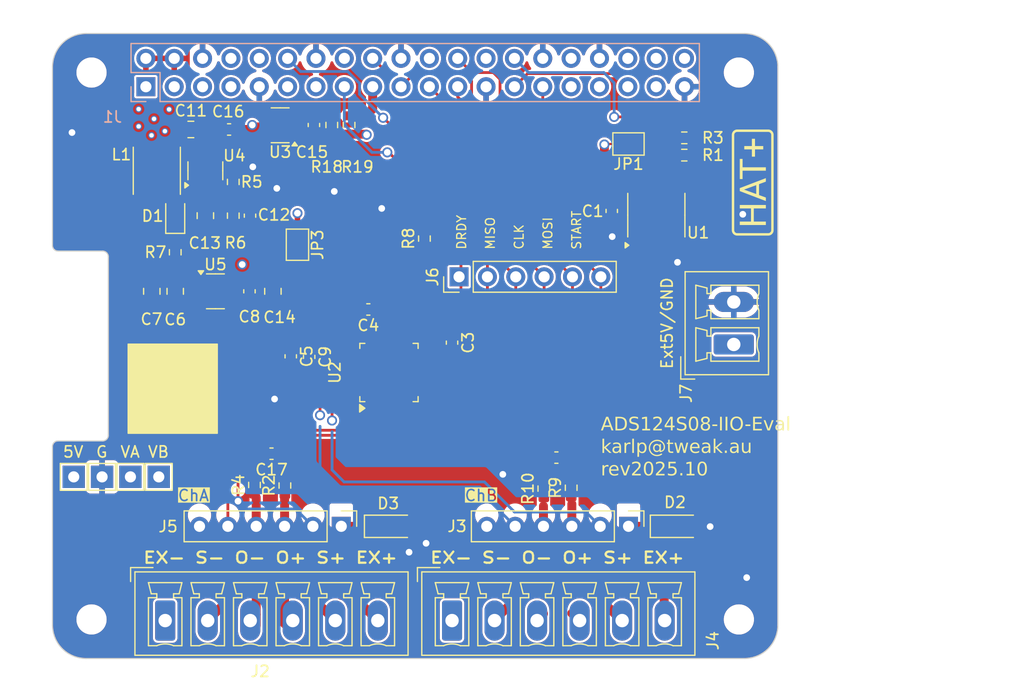
<source format=kicad_pcb>
(kicad_pcb (version 20241229) (generator "pcbnew") (generator_version "9.0")
  (title_block (date "15 nov 2012"))
  (layers (0 "F.Cu" signal) (4 "In1.Cu" signal) (6 "In2.Cu" signal) (2 "B.Cu" signal) (13 "F.Paste" user) (15 "B.Paste" user) (5 "F.SilkS" user "F.Silkscreen") (7 "B.SilkS" user "B.Silkscreen") (1 "F.Mask" user) (3 "B.Mask" user) (25 "Edge.Cuts" user))
  (net 0 "")
  (net 1 "GND")
  (net 2 "/GPIO2{slash}SDA1")
  (net 3 "/GPIO3{slash}SCL1")
  (net 4 "/GPIO4{slash}GPCLK0")
  (net 5 "/GPIO14{slash}TXD0")
  (net 6 "/GPIO15{slash}RXD0")
  (net 7 "/GPIO17")
  (net 8 "/GPIO18{slash}PCM.CLK")
  (net 9 "/GPIO27")
  (net 10 "/GPIO22")
  (net 11 "/GPIO23")
  (net 12 "/GPIO24")
  (net 13 "/GPIO10{slash}SPI0.MOSI")
  (net 14 "/GPIO9{slash}SPI0.MISO")
  (net 15 "/GPIO25")
  (net 16 "/GPIO11{slash}SPI0.SCLK")
  (net 17 "/GPIO8{slash}SPI0.CE0")
  (net 18 "/GPIO7{slash}SPI0.CE1")
  (net 19 "/ID_SDA")
  (net 20 "/ID_SCL")
  (net 21 "/GPIO5")
  (net 22 "/GPIO6")
  (net 23 "/GPIO12{slash}PWM0")
  (net 24 "/GPIO13{slash}PWM1")
  (net 25 "/GPIO19{slash}PCM.FS")
  (net 26 "/GPIO16")
  (net 27 "/GPIO26")
  (net 28 "/GPIO20{slash}PCM.DIN")
  (net 29 "/GPIO21{slash}PCM.DOUT")
  (net 30 "+5V")
  (net 31 "+3V3")
  (net 32 "/BR_OUT1+")
  (net 33 "/BR_OUT1-")
  (net 34 "/EXE1+")
  (net 35 "/BR_OUT2+")
  (net 36 "/BR_OUT2-")
  (net 37 "Net-(U2C-REFOUT)")
  (net 38 "/Analog/INA-")
  (net 41 "Net-(JP1-A)")
  (net 43 "/Analog/INA+")
  (net 44 "/EXE1-")
  (net 45 "/EXE2+")
  (net 46 "/power/VBOOST_F")
  (net 47 "VDDA")
  (net 48 "/EXE2-")
  (net 49 "/power/VBOOST")
  (net 50 "Net-(U4-FB)")
  (net 51 "Net-(D1-A)")
  (net 52 "/REFIN1-")
  (net 53 "/REFIN1+")
  (net 56 "/REFIN2+")
  (net 57 "/REFIN2-")
  (net 59 "/Analog/INB+")
  (net 60 "/Analog/INB-")
  (net 61 "Net-(U3-VO)")
  (net 62 "/3v3pi")
  (footprint "Capacitor_SMD:C_0603_1608Metric" (layer "F.Cu") (at 117.7 60.3225 90)
    (property "Reference" "C12")
    (property "Value" "33pF")
  )
  (footprint "TestPoint:TestPoint_THTPad_2.0x2.0mm_Drill1.0mm" (layer "F.Cu") (at 109.525 83.725 90)
    (property "Reference" "TP2" (hide yes))
    (property "Value" "TestPoint")
  )
  (footprint "MountingHole:MountingHole_2.7mm_M2.5" (layer "F.Cu") (at 161.5 47.5)
    (property "Reference" "MH2" (hide yes))
    (property "Value" "MountingHole_2.7mm_M2.5" (hide yes))
  )
  (footprint "Resistor_SMD:R_0603_1608Metric" (layer "F.Cu") (at 146.475 84.7 90)
    (property "Reference" "R9")
    (property "Value" "1k")
  )
  (footprint "Resistor_SMD:R_0603_1608Metric" (layer "F.Cu") (at 111 63.6 -90)
    (property "Reference" "R7")
    (property "Value" "1R")
  )
  (footprint "Connector_PinHeader_2.54mm:PinHeader_1x06_P2.54mm_Vertical" (layer "F.Cu") (at 151.6125 88.155 -90)
    (property "Reference" "J3")
    (property "Value" "Conn_01x06")
  )
  (footprint "Inductor_SMD:L_Changjiang_FNR4030S" (layer "F.Cu") (at 109.35 56.3 -90)
    (property "Reference" "L1")
    (property "Value" "4u7H")
  )
  (footprint "Diode_SMD:D_SOD-123F" (layer "F.Cu") (at 155.775 88.155)
    (property "Reference" "D2")
    (property "Value" "SMF5.0A")
  )
  (footprint "Resistor_SMD:R_0603_1608Metric" (layer "F.Cu") (at 126.575 52.2 90)
    (property "Reference" "R19")
    (property "Value" "0R")
  )
  (footprint "TestPoint:TestPoint_THTPad_2.0x2.0mm_Drill1.0mm" (layer "F.Cu") (at 106.985 83.725 90)
    (property "Reference" "TP3" (hide yes))
    (property "Value" "TestPoint")
  )
  (footprint "Diode_SMD:D_SOD-323" (layer "F.Cu") (at 111 60.3 90)
    (property "Reference" "D1")
    (property "Value" "1N5819WS")
  )
  (footprint "Resistor_SMD:R_0603_1608Metric" (layer "F.Cu") (at 156.61 54.9 180)
    (property "Reference" "R1")
    (property "Value" "3k9")
  )
  (footprint "Capacitor_SMD:C_0805_2012Metric" (layer "F.Cu") (at 119.75 67.1 -90)
    (property "Reference" "C14")
    (property "Value" "10uF")
  )
  (footprint "Package_TO_SOT_SMD:SOT-23-3" (layer "F.Cu") (at 120.4 52.225 180)
    (property "Reference" "U3")
    (property "Value" "XC6206P332MR")
  )
  (footprint "Capacitor_SMD:C_0805_2012Metric" (layer "F.Cu") (at 108.9 67.1 -90)
    (property "Reference" "C7")
    (property "Value" "22uF")
  )
  (footprint "Capacitor_SMD:C_0805_2012Metric" (layer "F.Cu") (at 113.7 60.3225 90)
    (property "Reference" "C13")
    (property "Value" "10uF")
  )
  (footprint "Capacitor_SMD:C_0603_1608Metric" (layer "F.Cu") (at 123 72.975 -90)
    (property "Reference" "C9")
    (property "Value" "220nF")
  )
  (footprint "Resistor_SMD:R_0603_1608Metric" (layer "F.Cu") (at 144.025 84.775 90)
    (property "Reference" "R10")
    (property "Value" "1k")
  )
  (footprint "Connector_Phoenix_MC:PhoenixContact_MCV_1,5_2-G-3.81_1x02_P3.81mm_Vertical" (layer "F.Cu") (at 161.0425 71.8625 90)
    (property "Reference" "J7")
    (property "Value" "Conn_01x02")
  )
  (footprint "Capacitor_SMD:C_0603_1608Metric" (layer "F.Cu") (at 119.625 81.65 180)
    (property "Reference" "C17")
    (property "Value" "10nF")
  )
  (footprint "Connector_PinHeader_2.54mm:PinHeader_1x06_P2.54mm_Vertical" (layer "F.Cu") (at 125.875 88.155 -90)
    (property "Reference" "J5")
    (property "Value" "Conn_01x06")
  )
  (footprint "Resistor_SMD:R_0603_1608Metric" (layer "F.Cu") (at 116.2 60.3225 90)
    (property "Reference" "R6")
    (property "Value" "360k")
  )
  (footprint "Capacitor_SMD:C_0603_1608Metric" (layer "F.Cu") (at 145.15 82 180)
    (property "Reference" "C10" (hide yes))
    (property "Value" "100nF")
  )
  (footprint "TestPoint:TestPoint_THTPad_2.0x2.0mm_Drill1.0mm" (layer "F.Cu") (at 104.445 83.725 90)
    (property "Reference" "TP4" (hide yes))
    (property "Value" "TestPoint")
  )
  (footprint "Resistor_SMD:R_0603_1608Metric" (layer "F.Cu") (at 118.1 84.45 90)
    (property "Reference" "R4")
    (property "Value" "10k")
  )
  (footprint "Package_TO_SOT_SMD:SOT-23-5" (layer "F.Cu") (at 113.7 56.3 90)
    (property "Reference" "U4")
    (property "Value" "TPS61040DBV")
  )
  (footprint "Capacitor_SMD:C_0805_2012Metric" (layer "F.Cu") (at 111 67.1 -90)
    (property "Reference" "C6")
    (property "Value" "22uF")
  )
  (footprint "Package_QFP:TQFP-32_5x5mm_P0.5mm" (layer "F.Cu") (at 130.15 74.375 90)
    (property "Reference" "U2")
    (property "Value" "ADS124S08")
  )
  (footprint "Package_SO:SOIC-8_3.9x4.9mm_P1.27mm" (layer "F.Cu") (at 154.105 60.275 90)
    (property "Reference" "U1")
    (property "Value" "M24c64")
  )
  (footprint "MountingHole:MountingHole_2.7mm_M2.5" (layer "F.Cu") (at 103.5 96.5)
    (property "Reference" "MH3" (hide yes))
    (property "Value" "MountingHole_2.7mm_M2.5" (hide yes))
  )
  (footprint "Capacitor_SMD:C_0603_1608Metric" (layer "F.Cu") (at 121.35 72.925 -90)
    (property "Reference" "C5")
    (property "Value" "220nF")
  )
  (footprint "MountingHole:MountingHole_2.7mm_M2.5" (layer "F.Cu") (at 103.5 47.5)
    (property "Reference" "MH1" (hide yes))
    (property "Value" "MountingHole_2.7mm_M2.5" (hide yes))
  )
  (footprint "Package_TO_SOT_SMD:SOT-23-5" (layer "F.Cu") (at 114.6 67.1)
    (property "Reference" "U5")
    (property "Value" "TPS7A2050PDBV")
  )
  (footprint "Capacitor_SMD:C_0603_1608Metric" (layer "F.Cu") (at 150.11 59.9 -90)
    (property "Reference" "C1")
    (property "Value" "100nF")
  )
  (footprint "Connector_Phoenix_MC:PhoenixContact_MCV_1,5_6-G-3.81_1x06_P3.81mm_Vertical" (layer "F.Cu") (at 110.1 96.6)
    (property "Reference" "J2")
    (property "Value" "Conn_01x06")
  )
  (footprint "jlc-extras:JLC_2D_BARCODE_8x8mm" (layer "F.Cu") (at 110.775 75.825)
    (property "Reference" "X1")
    (property "Value" "~")
  )
  (footprint "Capacitor_SMD:C_0805_2012Metric" (layer "F.Cu") (at 112.4 52.6)
    (property "Reference" "C11")
    (property "Value" "22uF")
  )
  (footprint "Capacitor_SMD:C_0603_1608Metric" (layer "F.Cu") (at 123.425 52.2 -90)
    (property "Reference" "C15")
    (property "Value" "1uF")
  )
  (footprint "Capacitor_SMD:C_0603_1608Metric" (layer "F.Cu") (at 115.825 52.6 180)
    (property "Reference" "C16")
    (property "Value" "1uF")
  )
  (footprint "Connector_PinHeader_2.54mm:PinHeader_1x06_P2.54mm_Vertical" (layer "F.Cu") (at 136.43 65.8 90)
    (property "Reference" "J6")
    (property "Value" "Conn_01x06")
  )
  (footprint "Connector_Phoenix_MC:PhoenixContact_MCV_1,5_6-G-3.81_1x06_P3.81mm_Vertical" (layer "F.Cu") (at 135.8 96.6)
    (property "Reference" "J4")
    (property "Value" "Conn_01x06")
  )
  (footprint "Diode_SMD:D_SOD-123F" (layer "F.Cu") (at 130.16 88.155)
    (property "Reference" "D3")
    (property "Value" "SMF5.0A")
  )
  (footprint "MountingHole:MountingHole_2.7mm_M2.5" (layer "F.Cu") (at 161.5 96.5)
    (property "Reference" "MH4" (hide yes))
    (property "Value" "MountingHole_2.7mm_M2.5" (hide yes))
  )
  (footprint "Capacitor_SMD:C_0603_1608Metric" (layer "F.Cu") (at 135.8 71.7 -90)
    (property "Reference" "C3")
    (property "Value" "100nF")
  )
  (footprint "Resistor_SMD:R_0603_1608Metric" (layer "F.Cu") (at 133.325 62.375 90)
    (property "Reference" "R8")
    (property "Value" "0R")
  )
  (footprint "Jumper:SolderJumper-2_P1.3mm_Open_TrianglePad1.0x1.5mm" (layer "F.Cu") (at 121.95 62.925 -90)
    (property "Reference" "JP3")
    (property "Value" "SolderJumper_2_Open")
  )
  (footprint "Resistor_SMD:R_0603_1608Metric" (layer "F.Cu") (at 120.825 84.5 90)
    (property "Reference" "R2")
    (property "Value" "10k")
  )
  (footprint "TestPoint:TestPoint_THTPad_2.0x2.0mm_Drill1.0mm" (layer "F.Cu") (at 101.905 83.725 90)
    (property "Reference" "TP5" (hide yes))
    (property "Value" "TestPoint")
  )
  (footprint "Resistor_SMD:R_0603_1608Metric" (layer "F.Cu") (at 125.025 52.2 -90)
    (property "Reference" "R18")
    (property "Value" "0R")
  )
  (footprint "Capacitor_SMD:C_0603_1608Metric" (layer "F.Cu") (at 117.65 67.1 -90)
    (property "Reference" "C8")
    (property "Value" "1uF")
  )
  (footprint "Jumper:SolderJumper-2_P1.3mm_Open_TrianglePad1.0x1.5mm" (layer "F.Cu") (at 151.61 53.9 180)
    (property "Reference" "JP1")
    (property "Value" "ID_WP")
  )
  (footprint "Resistor_SMD:R_0603_1608Metric" (layer "F.Cu") (at 156.61 53.35 180)
    (property "Reference" "R3")
    (property "Value" "3k9")
  )
  (footprint "Resistor_SMD:R_0603_1608Metric" (layer "F.Cu") (at 116.2 57.3 90)
    (property "Reference" "R5")
    (property "Value" "100k")
  )
  (footprint "Capacitor_SMD:C_0603_1608Metric" (layer "F.Cu") (at 128.3 68.725 180)
    (property "Reference" "C4")
    (property "Value" "1uF")
  )
  (footprint "Connector_PinSocket_2.54mm:PinSocket_2x20_P2.54mm_Vertical" (layer "B.Cu") (at 108.37 48.77 -90)
    (property "Reference" "J1")
    (property "Value" "GPIO")
  )
  (gr_poly (pts (xy 162.663922 54.085375) (xy 162.663922 53.433954) (xy 162.944586 53.433954) (xy 162.944586 54.085375) (xy 163.683045 54.085375) (xy 163.683045 54.384057) (xy 162.944586 54.384057) (xy 162.944586 55.035477) (xy 162.663922 55.035477) (xy 162.663922 54.384057) (xy 161.981657 54.384057) (xy 161.981657 54.085375)) (fill yes) (layer "F.SilkS"))
  (gr_poly (pts (xy 162.585129 60.851837) (xy 162.585129 59.673906) (xy 161.580666 59.673906) (xy 161.580666 59.364229) (xy 163.917288 59.364229) (xy 163.917288 59.673906) (xy 162.837085 59.673906) (xy 162.837085 60.851837) (xy 163.917288 60.851837) (xy 163.917288 61.159986) (xy 161.580666 61.159986) (xy 161.580666 60.851837)) (fill yes) (layer "F.SilkS"))
  (gr_poly (pts (xy 160.864487 53.062257) (xy 160.86636 53.037624) (xy 160.869444 53.013349) (xy 160.87371 52.989463) (xy 160.879126 52.965995) (xy 160.885662 52.942978) (xy 160.893288 52.92044) (xy 160.901973 52.898413) (xy 160.911687 52.876927) (xy 160.922399 52.856013) (xy 160.934078 52.8357) (xy 160.946695 52.81602) (xy 160.960218 52.797003) (xy 160.974618 52.778679) (xy 160.989863 52.761079) (xy 161.005924 52.744234) (xy 161.02277 52.728173) (xy 161.04037 52.712928) (xy 161.058694 52.698528) (xy 161.077711 52.685005) (xy 161.097391 52.672388) (xy 161.117704 52.660709) (xy 161.138618 52.649997) (xy 161.160104 52.640284) (xy 161.182131 52.631599) (xy 161.204669 52.623973) (xy 161.227686 52.617437) (xy 161.251153 52.612021) (xy 161.27504 52.607755) (xy 161.299315 52.60467) (xy 161.323948 52.602797) (xy 161.348908 52.602166) (xy 164.128802 52.602166) (xy 164.153763 52.602797) (xy 164.178396 52.60467) (xy 164.202671 52.607755) (xy 164.226557 52.612021) (xy 164.250024 52.617437) (xy 164.273042 52.623973) (xy 164.29558 52.631599) (xy 164.317607 52.640284) (xy 164.339093 52.649997) (xy 164.360007 52.660709) (xy 164.38032 52.672388) (xy 164.4 52.685005) (xy 164.419017 52.698528) (xy 164.437341 52.712928) (xy 164.454941 52.728173) (xy 164.471786 52.744234) (xy 164.487847 52.761079) (xy 164.503093 52.778679) (xy 164.517492 52.797003) (xy 164.531016 52.81602) (xy 164.543632 52.8357) (xy 164.555312 52.856013) (xy 164.566024 52.876927) (xy 164.575737 52.898413) (xy 164.584422 52.92044) (xy 164.592048 52.942978) (xy 164.598585 52.965995) (xy 164.604001 52.989463) (xy 164.608266 53.013349) (xy 164.611351 53.037624) (xy 164.613224 53.062257) (xy 164.613855 53.087218) (xy 164.613855 61.622787) (xy 164.613224 61.647748) (xy 164.611351 61.67238) (xy 164.608266 61.696655) (xy 164.604001 61.720541) (xy 164.598585 61.744009) (xy 164.592048 61.767026) (xy 164.584422 61.789564) (xy 164.575737 61.811591) (xy 164.566024 61.833077) (xy 164.555312 61.853991) (xy 164.543632 61.874304) (xy 164.531016 61.893984) (xy 164.517492 61.913001) (xy 164.503093 61.931325) (xy 164.487847 61.948925) (xy 164.471786 61.96577) (xy 164.454941 61.981831) (xy 164.437341 61.997077) (xy 164.419017 62.011476) (xy 164.4 62.025) (xy 164.38032 62.037617) (xy 164.360007 62.049296) (xy 164.339093 62.060008) (xy 164.317607 62.069722) (xy 164.29558 62.078407) (xy 164.273042 62.086033) (xy 164.250024 62.092569) (xy 164.226557 62.097985) (xy 164.202671 62.102251) (xy 164.178396 62.105336) (xy 164.153763 62.107209) (xy 164.128802 62.10784) (xy 161.348908 62.10784) (xy 161.348908 61.888642) (xy 164.128802 61.888642) (xy 164.142462 61.888295) (xy 164.155946 61.887267) (xy 164.169235 61.885573) (xy 164.182314 61.883231) (xy 164.195165 61.880257) (xy 164.207772 61.876669) (xy 164.220118 61.872484) (xy 164.232186 61.867717) (xy 164.243959 61.862386) (xy 164.255421 61.856507) (xy 164.266554 61.850099) (xy 164.277341 61.843176) (xy 164.287767 61.835757) (xy 164.297813 61.827858) (xy 164.307464 61.819496) (xy 164.316702 61.810687) (xy 164.325511 61.801449) (xy 164.333873 61.791798) (xy 164.341772 61.781752) (xy 164.349192 61.771326) (xy 164.356114 61.760539) (xy 164.362523 61.749406) (xy 164.368401 61.737944) (xy 164.373732 61.726171) (xy 164.378499 61.714103) (xy 164.382685 61.701757) (xy 164.386273 61.68915) (xy 164.389246 61.676299) (xy 164.391588 61.66322) (xy 164.393282 61.649931) (xy 164.39431 61.636447) (xy 164.394657 61.622787) (xy 164.394657 53.087218) (xy 164.39431 53.073558) (xy 164.393282 53.060075) (xy 164.391588 53.046785) (xy 164.389246 53.033706) (xy 164.386273 53.020855) (xy 164.382685 53.008248) (xy 164.378499 52.995902) (xy 164.373732 52.983834) (xy 164.368401 52.972061) (xy 164.362523 52.960599) (xy 164.356114 52.949466) (xy 164.349192 52.938679) (xy 164.341772 52.928253) (xy 164.333873 52.918206) (xy 164.325511 52.908556) (xy 164.316702 52.899318) (xy 164.307464 52.890509) (xy 164.297813 52.882147) (xy 164.287767 52.874247) (xy 164.277341 52.866828) (xy 164.266554 52.859906) (xy 164.255421 52.853497) (xy 164.243959 52.847619) (xy 164.232186 52.842288) (xy 164.220118 52.837521) (xy 164.207772 52.833335) (xy 164.195165 52.829747) (xy 164.182314 52.826773) (xy 164.169235 52.824431) (xy 164.155946 52.822738) (xy 164.142462 52.821709) (xy 164.128802 52.821362) (xy 161.348908 52.821362) (xy 161.335248 52.821709) (xy 161.321765 52.822738) (xy 161.308475 52.824431) (xy 161.295397 52.826773) (xy 161.282545 52.829747) (xy 161.269938 52.833335) (xy 161.257592 52.837521) (xy 161.245524 52.842288) (xy 161.233751 52.847619) (xy 161.22229 52.853497) (xy 161.211157 52.859906) (xy 161.200369 52.866828) (xy 161.189944 52.874247) (xy 161.179897 52.882147) (xy 161.170246 52.890509) (xy 161.161008 52.899318) (xy 161.1522 52.908556) (xy 161.143837 52.918206) (xy 161.135938 52.928253) (xy 161.128519 52.938679) (xy 161.121597 52.949466) (xy 161.115188 52.960599) (xy 161.10931 52.972061) (xy 161.103979 52.983834) (xy 161.099212 52.995902) (xy 161.095026 53.008248) (xy 161.091438 53.020855) (xy 161.088465 53.033706) (xy 161.086123 53.046785) (xy 161.084429 53.060075) (xy 161.0834 53.073558) (xy 161.083054 53.087218) (xy 161.083054 61.622787) (xy 161.0834 61.636447) (xy 161.084429 61.649931) (xy 161.086123 61.66322) (xy 161.088465 61.676299) (xy 161.091438 61.68915) (xy 161.095026 61.701757) (xy 161.099212 61.714103) (xy 161.103979 61.726171) (xy 161.10931 61.737944) (xy 161.115188 61.749406) (xy 161.121597 61.760539) (xy 161.128519 61.771326) (xy 161.135938 61.781752) (xy 161.143837 61.791798) (xy 161.1522 61.801449) (xy 161.161008 61.810687) (xy 161.170246 61.819496) (xy 161.179897 61.827858) (xy 161.189944 61.835757) (xy 161.200369 61.843176) (xy 161.211157 61.850099) (xy 161.22229 61.856507) (xy 161.233751 61.862386) (xy 161.245524 61.867717) (xy 161.257592 61.872484) (xy 161.269938 61.876669) (xy 161.282545 61.880257) (xy 161.295397 61.883231) (xy 161.308475 61.885573) (xy 161.321765 61.887267) (xy 161.335248 61.888295) (xy 161.348908 61.888642) (xy 161.348908 62.10784) (xy 161.323948 62.107209) (xy 161.299315 62.105336) (xy 161.27504 62.102251) (xy 161.251153 62.097985) (xy 161.227686 62.092569) (xy 161.204669 62.086033) (xy 161.182131 62.078407) (xy 161.160104 62.069722) (xy 161.138618 62.060008) (xy 161.117704 62.049296) (xy 161.097391 62.037617) (xy 161.077711 62.025) (xy 161.058694 62.011476) (xy 161.04037 61.997077) (xy 161.02277 61.981831) (xy 161.005924 61.96577) (xy 160.989863 61.948925) (xy 160.974618 61.931325) (xy 160.960218 61.913001) (xy 160.946695 61.893984) (xy 160.934078 61.874304) (xy 160.922399 61.853991) (xy 160.911687 61.833077) (xy 160.901973 61.811591) (xy 160.893288 61.789564) (xy 160.885662 61.767026) (xy 160.879126 61.744009) (xy 160.87371 61.720541) (xy 160.869444 61.696655) (xy 160.86636 61.67238) (xy 160.864487 61.647748) (xy 160.863855 61.622787) (xy 160.863855 53.087218)) (fill yes) (layer "F.SilkS"))
  (gr_poly (pts (xy 161.832621 55.236125) (xy 161.832621 55.987411) (xy 163.917288 55.987411) (xy 163.917288 56.293729) (xy 161.832621 56.293729) (xy 161.832621 57.043487) (xy 161.580666 57.043487) (xy 161.580666 55.236125)) (fill yes) (layer "F.SilkS"))
  (gr_poly (pts (xy 163.917288 56.958281) (xy 163.917288 57.274371) (xy 163.305875 57.497619) (xy 163.305875 58.476428) (xy 163.917288 58.696317) (xy 163.917288 59.01424) (xy 163.053919 58.68451) (xy 163.053919 58.383587) (xy 163.053919 57.588934) (xy 161.960889 57.987176) (xy 163.053919 58.383587) (xy 163.053919 58.68451) (xy 161.580666 58.121858) (xy 161.580666 57.852189)) (fill yes) (layer "F.SilkS"))
  (gr_arc (start 100.5 63.5) (mid 100.146447 63.353553) (end 100 63) (stroke (width 0.1)) (layer "Edge.Cuts"))
  (gr_arc (start 162 44) (mid 164.12132 44.87868) (end 165 47) (stroke (width 0.1)) (layer "Edge.Cuts"))
  (gr_line (start 165 97) (end 165 47) (stroke (width 0.1)) (layer "Edge.Cuts"))
  (gr_line (start 100 47) (end 100 63) (stroke (width 0.1)) (layer "Edge.Cuts"))
  (gr_arc (start 103 100) (mid 100.87868 99.12132) (end 100 97) (stroke (width 0.1)) (layer "Edge.Cuts"))
  (gr_line (start 103 100) (end 162 100) (stroke (width 0.1)) (layer "Edge.Cuts"))
  (gr_line (start 104.5 80.5) (end 100.5 80.5) (stroke (width 0.1)) (layer "Edge.Cuts"))
  (gr_arc (start 100 81) (mid 100.146138 80.646755) (end 100.499127 80.500001) (stroke (width 0.1)) (layer "Edge.Cuts"))
  (gr_arc (start 165 97) (mid 164.12132 99.12132) (end 162 100) (stroke (width 0.1)) (layer "Edge.Cuts"))
  (gr_line (start 105 64) (end 105 80) (stroke (width 0.1)) (layer "Edge.Cuts"))
  (gr_arc (start 100 47) (mid 100.87868 44.87868) (end 103 44) (stroke (width 0.1)) (layer "Edge.Cuts"))
  (gr_line (start 100 81) (end 100 97) (stroke (width 0.1)) (layer "Edge.Cuts"))
  (gr_line (start 100.5 63.5) (end 104.5 63.5) (stroke (width 0.1)) (layer "Edge.Cuts"))
  (gr_arc (start 105 80) (mid 104.853553 80.353553) (end 104.5 80.5) (stroke (width 0.1)) (layer "Edge.Cuts"))
  (gr_arc (start 104.5 63.5) (mid 104.853553 63.646447) (end 105 64) (stroke (width 0.1)) (layer "Edge.Cuts"))
  (gr_line (start 162 44) (end 103 44) (stroke (width 0.1)) (layer "Edge.Cuts"))
  (gr_text "DRDY\n\nMISO\n\nCLK\n\nMOSI\n\nSTART" (at 147.425 63.425 90) (layer "F.SilkS") (effects (font (size 0.8 0.8) (thickness 0.12)) (justify left bottom)))
  (gr_text "Ext5V/GND" (at 155.65 74.15 90) (layer "F.SilkS") (effects (font (size 1 1)) (justify left bottom)))
  (gr_text "5V" (at 100.855 82.075 0) (layer "F.SilkS") (effects (font (size 1 1)) (justify left bottom)))
  (gr_text "G" (at 103.82 82.075 0) (layer "F.SilkS") (effects (font (size 1 1)) (justify left bottom)))
  (gr_text "EX- S- O- O+ S+ EX+" (at 133.725 91.55 0) (layer "F.SilkS") (effects (font (size 1 1.2) (thickness 0.2) (bold yes)) (justify left bottom)))
  (gr_text "ADS124S08-IIO-Eval\nkarlp@tweak.au\nrev2025.10" (at 149.125 83.8 0) (layer "F.SilkS") (effects (font (size 1.2 1.2)) (justify left bottom)))
  (gr_text "VA" (at 106.002857 82.075 0) (layer "F.SilkS") (effects (font (size 1 1)) (justify left bottom)))
  (gr_text "ChB" (at 136.85 85.98 0) (layer "F.SilkS" knockout) (effects (font (size 1 1)) (justify left bottom)))
  (gr_text "ChA" (at 111.15 85.98 0) (layer "F.SilkS" knockout) (effects (font (size 1 1)) (justify left bottom)))
  (gr_text "VB" (at 108.471429 82.075 0) (layer "F.SilkS") (effects (font (size 1 1)) (justify left bottom)))
  (gr_text "EX- S- O- O+ S+ EX+" (at 108.025 91.55 0) (layer "F.SilkS") (effects (font (size 1 1.2) (thickness 0.2) (bold yes)) (justify left bottom)))
  (segment (start 156.01 64.49) (end 156 64.5) (width 0.5) (layer "F.Cu") (net 1))
  (segment (start 113.7 57.4375) (end 113.7 56.3) (width 0.8) (layer "F.Cu") (net 1))
  (segment (start 156.01 62.75) (end 156.01 64.49) (width 0.5) (layer "F.Cu") (net 1))
  (segment (start 150.11 60.675) (end 150.11 62.16) (width 0.25) (layer "F.Cu") (net 1))
  (segment (start 113.4625 67.1) (end 114.65 67.1) (width 0.5) (layer "F.Cu") (net 1))
  (segment (start 150.11 62.16) (end 150.15 62.2) (width 0.25) (layer "F.Cu") (net 1))
  (segment (start 114.65 67.1) (end 114.7 67.15) (width 0.5) (layer "F.Cu") (net 1))
  (via (at 140.35 83.5) (size 0.9) (drill 0.6) (layers "F.Cu" "B.Cu") (net 1))
  (via (at 125.25 58.15) (size 0.9) (drill 0.6) (layers "F.Cu" "B.Cu") (net 1))
  (via (at 117.95 55.95) (size 0.9) (drill 0.6) (layers "F.Cu" "B.Cu") (net 1))
  (via (at 119.9 76.75) (size 0.9) (drill 0.6) (layers "F.Cu" "B.Cu") (net 1))
  (via (at 101.75 52.875) (size 0.9) (drill 0.6) (layers "F.Cu" "B.Cu") (net 1))
  (via (at 161.85 60.2) (size 0.9) (drill 0.6) (layers "F.Cu" "B.Cu") (net 1))
  (via (at 156 64.5) (size 0.9) (drill 0.6) (layers "F.Cu" "B.Cu") (net 1))
  (via (at 133.475 89.675) (size 0.9) (drill 0.6) (layers "F.Cu" "B.Cu") (net 1))
  (via (at 162.2 92.75) (size 0.9) (drill 0.6) (layers "F.Cu" "B.Cu") (net 1))
  (via (at 150.15 62.2) (size 0.9) (drill 0.6) (layers "F.Cu" "B.Cu") (net 1))
  (via (at 131.95 90.475) (size 0.9) (drill 0.6) (layers "F.Cu" "B.Cu") (net 1))
  (via (at 120.1 57.875) (size 0.9) (drill 0.6) (layers "F.Cu" "B.Cu") (net 1))
  (via (at 158.925 88.18) (size 0.9) (drill 0.6) (layers "F.Cu" "B.Cu") (net 1))
  (via (at 129.5 59.675) (size 0.9) (drill 0.6) (layers "F.Cu" "B.Cu") (net 1))
  (segment (start 131.9 58.675) (end 131.9 53.8) (width 0.25) (layer "F.Cu") (net 8))
  (segment (start 129.65 51.55) (end 129.625 51.55) (width 0.25) (layer "F.Cu") (net 8))
  (segment (start 131.9 71.2125) (end 131.9 58.675) (width 0.25) (layer "F.Cu") (net 8))
  (segment (start 131.9 53.8) (end 129.775 51.675) (width 0.25) (layer "F.Cu") (net 8))
  (segment (start 129.775 51.675) (end 129.65 51.55) (width 0.25) (layer "F.Cu") (net 8))
  (via (at 129.625 51.55) (size 0.9) (drill 0.6) (layers "F.Cu" "B.Cu") (net 8))
  (segment (start 126.449116 47.406) (end 122.246 47.406) (width 0.25) (layer "B.Cu") (net 8))
  (segment (start 122.246 47.406) (end 121.07 46.23) (width 0.25) (layer "B.Cu") (net 8))
  (segment (start 129.625 51.55) (end 127.514 49.439) (width 0.25) (layer "B.Cu") (net 8))
  (segment (start 127.514 48.470884) (end 126.449116 47.406) (width 0.25) (layer "B.Cu") (net 8))
  (segment (start 127.514 49.439) (end 127.514 48.470884) (width 0.25) (layer "B.Cu") (net 8))
  (segment (start 131.4 55.925) (end 131.275 55.8) (width 0.25) (layer "F.Cu") (net 10))
  (segment (start 131.4 71.2125) (end 131.4 55.925) (width 0.25) (layer "F.Cu") (net 10))
  (segment (start 130.125 54.65) (end 130 54.65) (width 0.25) (layer "F.Cu") (net 10))
  (segment (start 131.275 55.8) (end 130.125 54.65) (width 0.25) (layer "F.Cu") (net 10))
  (via (at 130 54.65) (size 0.9) (drill 0.6) (layers "F.Cu" "B.Cu") (net 10))
  (segment (start 126.15 52.125) (end 126.15 48.77) (width 0.25) (layer "B.Cu") (net 10))
  (segment (start 128.62757 54.65) (end 126.25 52.27243) (width 0.25) (layer "B.Cu") (net 10))
  (segment (start 126.25 52.27243) (end 126.25 52.225) (width 0.25) (layer "B.Cu") (net 10))
  (segment (start 126.25 52.225) (end 126.15 52.125) (width 0.25) (layer "B.Cu") (net 10))
  (segment (start 130 54.65) (end 128.62757 54.65) (width 0.25) (layer "B.Cu") (net 10))
  (segment (start 130.05 47.59) (end 130.05 50.425) (width 0.25) (layer "F.Cu") (net 12))
  (segment (start 136.95 74.125) (end 137.975 73.1) (width 0.25) (layer "F.Cu") (net 12))
  (segment (start 137.975 73.1) (end 137.975 70.05) (width 0.25) (layer "F.Cu") (net 12))
  (segment (start 136.6 57.4) (end 136.6 68.675) (width 0.25) (layer "F.Cu") (net 12))
  (segment (start 136.6 68.675) (end 137.075 69.15) (width 0.25) (layer "F.Cu") (net 12))
  (segment (start 128.69 46.23) (end 130.05 47.59) (width 0.25) (layer "F.Cu") (net 12))
  (segment (start 137.075 69.15) (end 136.8 69.15) (width 0.25) (layer "F.Cu") (net 12))
  (segment (start 130.05 50.425) (end 132.15 52.525) (width 0.25) (layer "F.Cu") (net 12))
  (segment (start 136.65 74.125) (end 136.95 74.125) (width 0.25) (layer "F.Cu") (net 12))
  (segment (start 137.975 70.05) (end 137.075 69.15) (width 0.25) (layer "F.Cu") (net 12))
  (segment (start 133.3125 74.125) (end 136.65 74.125) (width 0.25) (layer "F.Cu") (net 12))
  (segment (start 132.15 52.525) (end 132.15 52.95) (width 0.25) (layer "F.Cu") (net 12))
  (segment (start 132.15 52.95) (end 136.6 57.4) (width 0.25) (layer "F.Cu") (net 12))
  (segment (start 137.55 48.275) (end 136.75 47.475) (width 0.25) (layer "F.Cu") (net 13))
  (segment (start 141.3 63.05) (end 141.3 53.7) (width 0.25) (layer "F.Cu") (net 13))
  (segment (start 138.65 75.625) (end 144.05 70.225) (width 0.25) (layer "F.Cu") (net 13))
  (segment (start 144.05 70.225) (end 144.05 65.8) (width 0.25) (layer "F.Cu") (net 13))
  (segment (start 132.525 47.475) (end 131.23 48.77) (width 0.25) (layer "F.Cu") (net 13))
  (segment (start 133.3125 75.625) (end 138.65 75.625) (width 0.25) (layer "F.Cu") (net 13))
  (segment (start 144.05 65.8) (end 141.3 63.05) (width 0.25) (layer "F.Cu") (net 13))
  (segment (start 137.55 49.95) (end 137.55 48.275) (width 0.25) (layer "F.Cu") (net 13))
  (segment (start 141.3 53.7) (end 137.55 49.95) (width 0.25) (layer "F.Cu") (net 13))
  (segment (start 136.75 47.475) (end 132.525 47.475) (width 0.25) (layer "F.Cu") (net 13))
  (segment (start 138.97 65.8) (end 138.97 53.97) (width 0.25) (layer "F.Cu") (net 14))
  (segment (start 138.97 53.97) (end 133.77 48.77) (width 0.25) (layer "F.Cu") (net 14))
  (segment (start 138.97 73.03) (end 138.97 65.8) (width 0.25) (layer "F.Cu") (net 14))
  (segment (start 133.3125 74.625) (end 137.375 74.625) (width 0.25) (layer "F.Cu") (net 14))
  (segment (start 137.375 74.625) (end 138.97 73.03) (width 0.25) (layer "F.Cu") (net 14))
  (segment (start 140.15 64.44) (end 140.15 53.525) (width 0.25) (layer "F.Cu") (net 16))
  (segment (start 141.51 65.8) (end 140.15 64.44) (width 0.25) (layer "F.Cu") (net 16))
  (segment (start 133.3125 75.125) (end 137.51281 75.125) (width 0.25) (layer "F.Cu") (net 16))
  (segment (start 141.51 71.12781) (end 141.51 65.8) (width 0.25) (layer "F.Cu") (net 16))
  (segment (start 137.51281 75.125) (end 141.51 71.12781) (width 0.25) (layer "F.Cu") (net 16))
  (segment (start 140.15 53.525) (end 136.31 49.685) (width 0.25) (layer "F.Cu") (net 16))
  (segment (start 136.31 49.685) (end 136.31 48.77) (width 0.25) (layer "F.Cu") (net 16))
  (segment (start 142.525 52.9) (end 140.1 50.475) (width 0.25) (layer "F.Cu") (net 17))
  (segment (start 137.58 47.5) (end 136.31 46.23) (width 0.25) (layer "F.Cu") (net 17))
  (segment (start 139.5 47.5) (end 137.58 47.5) (width 0.25) (layer "F.Cu") (net 17))
  (segment (start 142.525 61.735) (end 142.525 52.9) (width 0.25) (layer "F.Cu") (net 17))
  (segment (start 146.59 65.8) (end 142.525 61.735) (width 0.25) (layer "F.Cu") (net 17))
  (segment (start 140.1 48.1) (end 139.5 47.5) (width 0.25) (layer "F.Cu") (net 17))
  (segment (start 133.3125 76.125) (end 140.7 76.125) (width 0.25) (layer "F.Cu") (net 17))
  (segment (start 140.7 76.125) (end 146.59 70.235) (width 0.25) (layer "F.Cu") (net 17))
  (segment (start 146.59 70.235) (end 146.59 65.8) (width 0.25) (layer "F.Cu") (net 17))
  (segment (start 140.1 50.475) (end 140.1 48.1) (width 0.25) (layer "F.Cu") (net 17))
  (segment (start 156.01 57.8) (end 156.511 57.299) (width 0.25) (layer "F.Cu") (net 19))
  (segment (start 155.785 52.985) (end 155.785 53.35) (width 0.25) (layer "F.Cu") (net 19))
  (segment (start 141.39 48.77) (end 142.566 47.594) (width 0.25) (layer "F.Cu") (net 19))
  (segment (start 152.8 48.356884) (end 152.8 50) (width 0.25) (layer "F.Cu") (net 19))
  (segment (start 156.511 57.299) (end 156.511 54.076) (width 0.25) (layer "F.Cu") (net 19))
  (segment (start 152.8 50) (end 155.785 52.985) (width 0.25) (layer "F.Cu") (net 19))
  (segment (start 142.566 47.594) (end 152.037116 47.594) (width 0.25) (layer "F.Cu") (net 19))
  (segment (start 152.037116 47.594) (end 152.8 48.356884) (width 0.25) (layer "F.Cu") (net 19))
  (segment (start 156.511 54.076) (end 155.785 53.35) (width 0.25) (layer "F.Cu") (net 19))
  (segment (start 154.45 53.1) (end 154.45 53.565) (width 0.25) (layer "F.Cu") (net 20))
  (segment (start 154.74 57.8) (end 154.74 55.945) (width 0.25) (layer "F.Cu") (net 20))
  (segment (start 150.325 51.475) (end 152.825 51.475) (width 0.25) (layer "F.Cu") (net 20))
  (segment (start 154.74 55.945) (end 155.785 54.9) (width 0.25) (layer "F.Cu") (net 20))
  (segment (start 152.825 51.475) (end 152.9875 51.6375) (width 0.25) (layer "F.Cu") (net 20))
  (segment (start 154.45 53.565) (end 155.785 54.9) (width 0.25) (layer "F.Cu") (net 20))
  (segment (start 152.9875 51.6375) (end 154.45 53.1) (width 0.25) (layer "F.Cu") (net 20))
  (via (at 150.325 51.475) (size 0.9) (drill 0.6) (layers "F.Cu" "B.Cu") (net 20))
  (segment (start 141.39 46.23) (end 142.66 47.5) (width 0.25) (layer "B.Cu") (net 20))
  (segment (start 150.325 48.421884) (end 150.325 51.475) (width 0.25) (layer "B.Cu") (net 20))
  (segment (start 142.66 47.5) (end 149.403116 47.5) (width 0.25) (layer "B.Cu") (net 20))
  (segment (start 149.403116 47.5) (end 150.325 48.421884) (width 0.25) (layer "B.Cu") (net 20))
  (segment (start 143.0125 77.5375) (end 149.13 71.42) (width 0.25) (layer "F.Cu") (net 21))
  (segment (start 143.93 60.6) (end 143.93 48.77) (width 0.25) (layer "F.Cu") (net 21))
  (segment (start 131.9 77.5375) (end 143.0125 77.5375) (width 0.25) (layer "F.Cu") (net 21))
  (segment (start 149.13 71.42) (end 149.13 65.8) (width 0.25) (layer "F.Cu") (net 21))
  (segment (start 149.13 65.8) (end 143.93 60.6) (width 0.25) (layer "F.Cu") (net 21))
  (segment (start 118.8875 52.6) (end 119.2625 52.225) (width 0.8) (layer "F.Cu") (net 30))
  (segment (start 121.95 62.2) (end 121.95 60.1) (width 0.5) (layer "F.Cu") (net 30))
  (segment (start 118.7125 52.225) (end 117.925 52.225) (width 0.5) (layer "F.Cu") (net 30))
  (segment (start 117.925 52.225) (end 117.9 52.2) (width 0.5) (layer "F.Cu") (net 30))
  (segment (start 116.6 52.6) (end 118.8875 52.6) (width 0.8) (layer "F.Cu") (net 30))
  (via (at 108.875 53.125) (size 0.6) (drill 0.4) (layers "F.Cu" "B.Cu") (net 30))
  (via (at 117.9 52.2) (size 0.9) (drill 0.6) (layers "F.Cu" "B.Cu") (net 30))
  (via (at 109.1 51.65) (size 0.6) (drill 0.4) (layers "F.Cu" "B.Cu") (net 30))
  (via (at 107.725 52.325) (size 0.6) (drill 0.4) (layers "F.Cu" "B.Cu") (net 30))
  (via (at 110.075 52.75) (size 0.6) (drill 0.4) (layers "F.Cu" "B.Cu") (net 30))
  (via (at 110.45 50.8) (size 0.6) (drill 0.4) (layers "F.Cu" "B.Cu") (net 30))
  (via (at 107.725 50.775) (size 0.6) (drill 0.4) (layers "F.Cu" "B.Cu") (net 30))
  (via (at 121.95 60.1) (size 0.9) (drill 0.6) (layers "F.Cu" "B.Cu") (net 30))
  (segment (start 149.45 56.8) (end 150.1 57.45) (width 0.8) (layer "F.Cu") (net 31))
  (segment (start 150.11 57.46) (end 150.1 57.45) (width 0.8) (layer "F.Cu") (net 31))
  (segment (start 150.45 57.8) (end 150.1 57.45) (width 0.8) (layer "F.Cu") (net 31))
  (segment (start 156.975 59.975) (end 156.975 59.9) (width 0.8) (layer "F.Cu") (net 31))
  (segment (start 128.1 53.025) (end 128.15 53.075) (width 0.8) (layer "F.Cu") (net 31))
  (segment (start 152.2 59.275) (end 152.9 59.975) (width 0.8) (layer "F.Cu") (net 31))
  (segment (start 126.575 53.025) (end 128.1 53.025) (width 0.8) (layer "F.Cu") (net 31))
  (segment (start 149.5 53.9) (end 149.45 53.95) (width 0.2) (layer "F.Cu") (net 31))
  (segment (start 152.9 59.975) (end 156.975 59.975) (width 0.8) (layer "F.Cu") (net 31))
  (segment (start 150.885 53.9) (end 149.5 53.9) (width 0.2) (layer "F.Cu") (net 31))
  (segment (start 150.775 53.9) (end 150.65 54.025) (width 0.2) (layer "F.Cu") (net 31))
  (segment (start 156.975 59.9) (end 157.435 59.44) (width 0.8) (layer "F.Cu") (net 31))
  (segment (start 125.025 53.025) (end 126.575 53.025) (width 0.8) (layer "F.Cu") (net 31))
  (segment (start 150.885 53.9) (end 150.775 53.9) (width 0.2) (layer "F.Cu") (net 31))
  (segment (start 152.2 57.8) (end 150.45 57.8) (width 0.8) (layer "F.Cu") (net 31))
  (segment (start 150.11 59.125) (end 150.11 57.46) (width 0.8) (layer "F.Cu") (net 31))
  (segment (start 157.435 54.9) (end 157.435 53.4) (width 0.8) (layer "F.Cu") (net 31))
  (segment (start 157.435 59.44) (end 157.435 54.9) (width 0.8) (layer "F.Cu") (net 31))
  (segment (start 152.2 57.8) (end 152.2 59.275) (width 0.8) (layer "F.Cu") (net 31))
  (segment (start 149.45 53.95) (end 149.45 56.8) (width 0.8) (layer "F.Cu") (net 31))
  (via (at 149.45 53.95) (size 0.9) (drill 0.6) (layers "F.Cu" "B.Cu") (net 31))
  (via (at 128.15 53.075) (size 0.9) (drill 0.6) (layers "F.Cu" "B.Cu") (net 31))
  (segment (start 120.8 88.15) (end 120.795 88.155) (width 0.8) (layer "F.Cu") (net 32))
  (segment (start 120.795 95.885) (end 121.515 96.605) (width 0.8) (layer "F.Cu") (net 32))
  (segment (start 120.8 85.555) (end 120.8 88.15) (width 0.8) (layer "F.Cu") (net 32))
  (segment (start 120.795 88.155) (end 120.795 96.885) (width 0.8) (layer "F.Cu") (net 32))
  (segment (start 118.255 88.155) (end 118.255 85.56) (width 0.8) (layer "F.Cu") (net 33))
  (segment (start 118.255 97.055) (end 118.255 88.155) (width 0.8) (layer "F.Cu") (net 33))
  (segment (start 117.705 96.605) (end 118.255 96.055) (width 0.8) (layer "F.Cu") (net 33))
  (segment (start 151.6125 88.155) (end 154.375 88.155) (width 0.8) (layer "F.Cu") (net 34))
  (segment (start 125.875 88.155) (end 128.76 88.155) (width 0.8) (layer "F.Cu") (net 34))
  (segment (start 125.875 94.345) (end 125.875 88.155) (width 0.8) (layer "F.Cu") (net 34))
  (segment (start 129.135 96.605) (end 125.875 93.345) (width 0.8) (layer "F.Cu") (net 34))
  (segment (start 154.805 91.3475) (end 151.6125 88.155) (width 0.8) (layer "F.Cu") (net 34))
  (segment (start 146.5325 88.155) (end 146.5325 86.1475) (width 0.8) (layer "F.Cu") (net 35))
  (segment (start 146.5325 88.155) (end 146.5325 94.3025) (width 0.8) (layer "F.Cu") (net 35))
  (segment (start 146.5325 95.9475) (end 147.185 96.6) (width 0.8) (layer "F.Cu") (net 35))
  (segment (start 143.9925 95.9825) (end 143.375 96.6) (width 0.8) (layer "F.Cu") (net 36))
  (segment (start 143.9925 88.155) (end 143.9925 86.3375) (width 0.8) (layer "F.Cu") (net 36))
  (segment (start 143.9925 88.155) (end 143.9925 94.3375) (width 0.8) (layer "F.Cu") (net 36))
  (segment (start 119.95 79.55) (end 118.85 80.65) (width 0.25) (layer "F.Cu") (net 38))
  (segment (start 128.9 78.344178) (end 127.694178 79.55) (width 0.25) (layer "F.Cu") (net 38))
  (segment (start 128.9 77.5375) (end 128.9 78.344178) (width 0.25) (layer "F.Cu") (net 38))
  (segment (start 127.694178 79.55) (end 119.95 79.55) (width 0.25) (layer "F.Cu") (net 38))
  (segment (start 153.47 55.035) (end 152.335 53.9) (width 0.25) (layer "F.Cu") (net 41))
  (segment (start 153.47 57.8) (end 153.47 55.035) (width 0.25) (layer "F.Cu") (net 41))
  (segment (start 129.4 78.8) (end 129.4 77.5375) (width 0.25) (layer "F.Cu") (net 43))
  (segment (start 128.199 80.001) (end 129.4 78.8) (width 0.25) (layer "F.Cu") (net 43))
  (segment (start 120.4 80.65) (end 121.049 80.001) (width 0.25) (layer "F.Cu") (net 43))
  (segment (start 121.049 80.001) (end 128.199 80.001) (width 0.25) (layer "F.Cu") (net 43))
  (segment (start 154.805 96.6) (end 154.805 92.9925) (width 0.8) (layer "F.Cu") (net 45))
  (segment (start 112.15 66.4) (end 111.9 66.15) (width 0.25) (layer "F.Cu") (net 46))
  (segment (start 112.15 67.45) (end 112.15 66.4) (width 0.25) (layer "F.Cu") (net 46))
  (segment (start 111.9 66.15) (end 111 66.15) (width 0.25) (layer "F.Cu") (net 46))
  (segment (start 113.4625 68.05) (end 112.75 68.05) (width 0.25) (layer "F.Cu") (net 46))
  (segment (start 112.75 68.05) (end 112.15 67.45) (width 0.25) (layer "F.Cu") (net 46))
  (via (at 117 64.7) (size 0.9) (drill 0.6) (layers "F.Cu" "B.Cu") (net 47))
  (segment (start 111 62.775) (end 108.075 62.775) (width 0.25) (layer "F.Cu") (net 49))
  (segment (start 113.6225 61.35) (end 113.7 61.2725) (width 0.8) (layer "F.Cu") (net 49))
  (segment (start 106.15 64.7) (end 106.15 75.225) (width 0.25) (layer "F.Cu") (net 49))
  (segment (start 113.825 61.1475) (end 113.7 61.2725) (width 0.25) (layer "F.Cu") (net 49))
  (segment (start 111 62.775) (end 111 61.35) (width 0.8) (layer "F.Cu") (net 49))
  (segment (start 117.7 61.0975) (end 116.25 61.0975) (width 0.25) (layer "F.Cu") (net 49))
  (segment (start 108.075 62.775) (end 106.15 64.7) (width 0.25) (layer "F.Cu") (net 49))
  (segment (start 111 61.35) (end 113.6225 61.35) (width 0.8) (layer "F.Cu") (net 49))
  (segment (start 116.2 61.1475) (end 113.825 61.1475) (width 0.25) (layer "F.Cu") (net 49))
  (segment (start 116.25 61.0975) (end 116.2 61.1475) (width 0.25) (layer "F.Cu") (net 49))
  (segment (start 115.3375 58.125) (end 114.65 57.4375) (width 0.25) (layer "F.Cu") (net 50))
  (segment (start 116.2 59.4975) (end 116.2 58.125) (width 0.25) (layer "F.Cu") (net 50))
  (segment (start 116.2 58.125) (end 115.3375 58.125) (width 0.25) (layer "F.Cu") (net 50))
  (segment (start 117.7 59.5475) (end 116.25 59.5475) (width 0.25) (layer "F.Cu") (net 50))
  (segment (start 116.25 59.5475) (end 116.2 59.4975) (width 0.25) (layer "F.Cu") (net 50))
  (segment (start 111 59.25) (end 111 59.1) (width 0.5) (layer "F.Cu") (net 51))
  (segment (start 112.75 57.4375) (end 112.3875 57.8) (width 0.5) (layer "F.Cu") (net 51))
  (segment (start 111 59.1) (end 109.7 57.8) (width 0.5) (layer "F.Cu") (net 51))
  (segment (start 112.3875 57.8) (end 109.7 57.8) (width 0.5) (layer "F.Cu") (net 51))
  (segment (start 115.715 81.135) (end 115.715 88.155) (width 0.25) (layer "F.Cu") (net 52))
  (segment (start 115.715 88.155) (end 115.715 95.785) (width 0.8) (layer "F.Cu") (net 52))
  (segment (start 118.05 77.8) (end 115.715 80.135) (width 0.25) (layer "F.Cu") (net 52))
  (segment (start 115.715 94.785) (end 113.895 96.605) (width 0.8) (layer "F.Cu") (net 52))
  (segment (start 121.075 77.8) (end 118.05 77.8) (width 0.25) (layer "F.Cu") (net 52))
  (segment (start 124.25 74.625) (end 121.075 77.8) (width 0.25) (layer "F.Cu") (net 52))
  (segment (start 126.9875 74.625) (end 124.25 74.625) (width 0.25) (layer "F.Cu") (net 52))
  (segment (start 116.625 85.9) (end 116.625 81.1) (width 0.25) (layer "F.Cu") (net 53))
  (segment (start 124.525 75.125) (end 126.9875 75.125) (width 0.25) (layer "F.Cu") (net 53))
  (segment (start 116.625 80.1) (end 118.05 78.675) (width 0.25) (layer "F.Cu") (net 53))
  (segment (start 125.325 96.605) (end 123.335 94.615) (width 0.8) (layer "F.Cu") (net 53))
  (segment (start 120.975 78.675) (end 124.525 75.125) (width 0.25) (layer "F.Cu") (net 53))
  (segment (start 118.05 78.675) (end 120.975 78.675) (width 0.25) (layer "F.Cu") (net 53))
  (via (at 116.625 85.9) (size 0.9) (drill 0.6) (layers "F.Cu" "B.Cu") (net 53))
  (segment (start 123.335 88.155) (end 121.78 86.6) (width 0.25) (layer "B.Cu") (net 53))
  (segment (start 117.225 86.6) (end 116.75 86.125) (width 0.25) (layer "B.Cu") (net 53))
  (segment (start 121.78 86.6) (end 117.225 86.6) (width 0.25) (layer "B.Cu") (net 53))
  (segment (start 116.625 86) (end 116.625 85.9) (width 0.25) (layer "B.Cu") (net 53))
  (segment (start 116.75 86.125) (end 116.625 86) (width 0.25) (layer "B.Cu") (net 53))
  (segment (start 125.05 76.975) (end 125.05 78.675) (width 0.25) (layer "F.Cu") (net 56))
  (segment (start 126.9875 76.125) (end 125.9 76.125) (width 0.25) (layer "F.Cu") (net 56))
  (segment (start 149.0725 94.6775) (end 150.995 96.6) (width 0.8) (layer "F.Cu") (net 56))
  (segment (start 125.9 76.125) (end 125.55 76.475) (width 0.25) (layer "F.Cu") (net 56))
  (segment (start 125.55 76.475) (end 125.05 76.975) (width 0.25) (layer "F.Cu") (net 56))
  (via (at 125.05 78.675) (size 0.9) (drill 0.6) (layers "F.Cu" "B.Cu") (net 56))
  (segment (start 147.7925 86.875) (end 149.0725 88.155) (width 0.25) (layer "B.Cu") (net 56))
  (segment (start 125.05 83.1) (end 126.125 84.175) (width 0.25) (layer "B.Cu") (net 56))
  (segment (start 125.05 79.675) (end 125.05 83.1) (width 0.25) (layer "B.Cu") (net 56))
  (segment (start 126.125 84.175) (end 138.7 84.175) (width 0.25) (layer "B.Cu") (net 56))
  (segment (start 141.4 86.875) (end 147.7925 86.875) (width 0.25) (layer "B.Cu") (net 56))
  (segment (start 138.7 84.175) (end 141.4 86.875) (width 0.25) (layer "B.Cu") (net 56))
  (segment (start 123.975 77.1) (end 125.45 75.625) (width 0.25) (layer "F.Cu") (net 57))
  (segment (start 141.4525 94.7125) (end 139.565 96.6) (width 0.8) (layer "F.Cu") (net 57))
  (segment (start 125.45 75.625) (end 126.9875 75.625) (width 0.25) (layer "F.Cu") (net 57))
  (segment (start 123.975 78.2) (end 123.975 77.1) (width 0.25) (layer "F.Cu") (net 57))
  (via (at 123.975 78.2) (size 0.9) (drill 0.6) (layers "F.Cu" "B.Cu") (net 57))
  (segment (start 123.975 83.2) (end 123.975 79.2) (width 0.25) (layer "B.Cu") (net 57))
  (segment (start 141.4525 88.155) (end 138.4725 85.175) (width 0.25) (layer "B.Cu") (net 57))
  (segment (start 125.95 85.175) (end 123.975 83.2) (width 0.25) (layer "B.Cu") (net 57))
  (segment (start 138.4725 85.175) (end 125.95 85.175) (width 0.25) (layer "B.Cu") (net 57))
  (segment (start 131.4 78.344178) (end 131.4 77.5375) (width 0.25) (layer "F.Cu") (net 59))
  (segment (start 145.925 81) (end 144.975 80.05) (width 0.25) (layer "F.Cu") (net 59))
  (segment (start 144.975 80.05) (end 133.105822 80.05) (width 0.25) (layer "F.Cu") (net 59))
  (segment (start 133.105822 80.05) (end 131.4 78.344178) (width 0.25) (layer "F.Cu") (net 59))
  (segment (start 130.9 78.825) (end 130.9 77.5375) (width 0.25) (layer "F.Cu") (net 60))
  (segment (start 144.375 81) (end 133.075 81) (width 0.25) (layer "F.Cu") (net 60))
  (segment (start 133.075 81) (end 130.9 78.825) (width 0.25) (layer "F.Cu") (net 60))
  (segment (start 125.025 51.375) (end 123.475 51.375) (width 0.8) (layer "F.Cu") (net 61))
  (segment (start 123.425 51.425) (end 121.6875 51.425) (width 0.8) (layer "F.Cu") (net 61))
  (segment (start 121.6875 51.425) (end 121.5375 51.275) (width 0.8) (layer "F.Cu") (net 61))
  (segment (start 123.475 51.375) (end 123.425 51.425) (width 0.8) (layer "F.Cu") (net 61))
  (segment (start 128.69 48.77) (end 128.69 50.76) (width 0.8) (layer "F.Cu") (net 62))
  (segment (start 128.69 50.76) (end 128.075 51.375) (width 0.8) (layer "F.Cu") (net 62))
  (segment (start 128.075 51.375) (end 126.575 51.375) (width 0.8) (layer "F.Cu") (net 62))
  (zone (net 46) (net_name "/power/VBOOST_F") (layer "F.Cu") (priority 3) (connect_pads (clearance 0)) (min_thickness 0.25) (fill yes (thermal_gap 0.5) (thermal_bridge_width 0.5))
    (polygon (pts (xy 112.2 66.5) (xy 114.3 66.5) (xy 114.3 65.45) (xy 112.1 63.8) (xy 110.175 63.8) (xy 107.65 65.3) (xy 107.65 66.95) (xy 112.2 66.95)))
  )
  (zone (net 0) (net_name "") (layer "F.Cu") (name "no-gnd-boost") (connect_pads (clearance 0)) (min_thickness 0.25)
    (keepout (tracks allowed) (vias allowed) (pads allowed) (copperpour not_allowed) (footprints allowed))
    (fill (thermal_gap 0.5) (thermal_bridge_width 0.5))
    (polygon (pts (xy 107.1 55.75) (xy 107.1 60.6) (xy 112.1 60.6) (xy 112.95 60.6) (xy 112.94359 58.25) (xy 112.1 58.25) (xy 112.1 55.65)))
  )
  (zone (net 47) (net_name "VDDA") (layer "F.Cu") (priority 2) (connect_pads (clearance 0)) (min_thickness 0.25) (fill yes (thermal_gap 0.5) (thermal_bridge_width 0.5) (smoothing chamfer) (radius 0.5))
    (polygon (pts (xy 114.7 66.95) (xy 114.7 63.8) (xy 123.775 63.814685) (xy 123.775 65.65) (xy 122.3 65.65) (xy 121.25 66.95)))
  )
  (zone (net 1) (net_name "GND") (layers "F.Cu" "B.Cu" "In1.Cu") (connect_pads (clearance 0)) (min_thickness 0.25) (fill yes (thermal_gap 0.5) (thermal_bridge_width 0.5))
    (polygon (pts (xy 100 42.1) (xy 166.8 41) (xy 167.5 101) (xy 95.3 102.4)))
  )
  (zone (net 30) (net_name "+5V") (layers "F.Cu" "In2.Cu") (priority 1) (connect_pads (clearance 0)) (min_thickness 0.25) (fill yes (thermal_gap 0.25) (thermal_bridge_width 0.5))
    (polygon (pts (xy 112.3 44.9) (xy 112.3 53.8) (xy 115.3 53.8) (xy 115.3 55.6) (xy 107.1 55.6) (xy 107.1 44.9)))
  )
)
</source>
